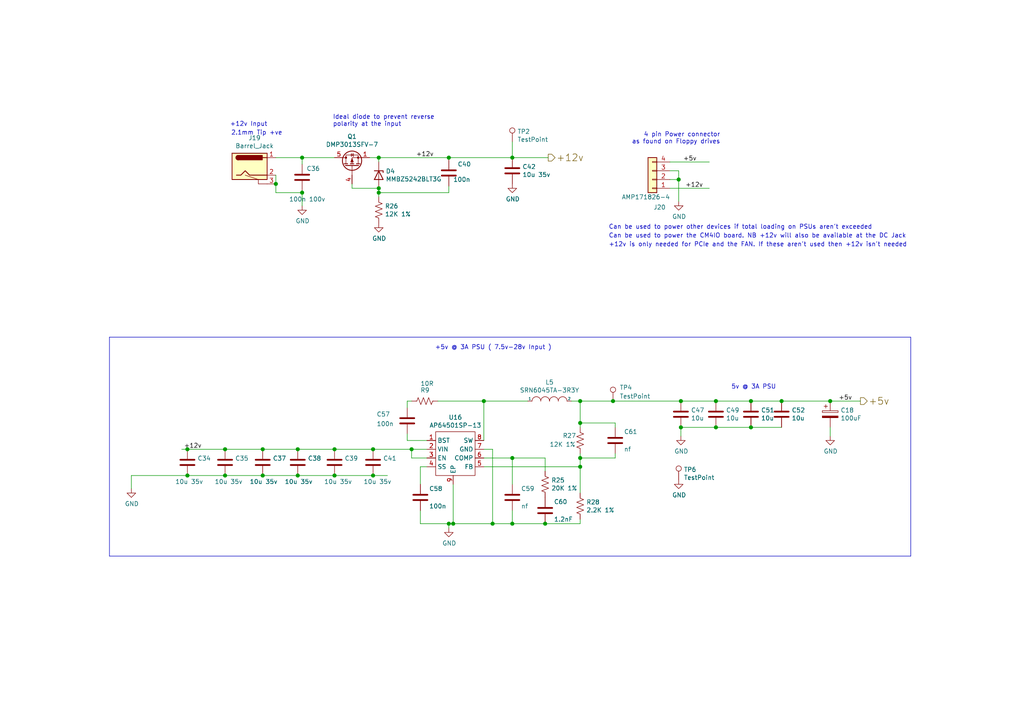
<source format=kicad_sch>
(kicad_sch (version 20231120) (generator "eeschema") (generator_version "8.0")
  (paper "A4")
  (title_block (title "Compute Module 4 IO Board - PSUs") (company "© 2020-2022 Raspberry Pi Ltd (formerly Raspberry Pi (Trading) Ltd.)") (comment 1 "www.raspberrypi.com"))
  (lib_symbols
    (symbol "CM4IO:AP64351"
      (property "Reference" "U" (at 0 8.89 0))
      (property "Value" "AP64351" (at 1.27 6.35 0))
      (symbol "AP64351_0_1"
        (rectangle (start -5.08 5.08) (end 6.35 -7.62))
      )
      (symbol "AP64351_1_1"
        (pin passive line (at -7.62 2.54 0) (length 2.54) (name "BST") (number "1"))
        (pin power_in line (at -7.62 0 0) (length 2.54) (name "VIN") (number "2"))
        (pin input line (at -7.62 -2.54 0) (length 2.54) (name "EN") (number "3"))
        (pin input line (at -7.62 -5.08 0) (length 2.54) (name "SS") (number "4"))
        (pin input line (at 8.89 -5.08 180) (length 2.54) (name "FB") (number "5"))
        (pin input line (at 8.89 -2.54 180) (length 2.54) (name "COMP") (number "6"))
        (pin power_in line (at 8.89 0 180) (length 2.54) (name "GND") (number "7"))
        (pin output line (at 8.89 2.54 180) (length 2.54) (name "SW") (number "8"))
        (pin passive line (at 0 -10.16 90) (length 2.54) (name "EP") (number "9"))
      )
    )
    (symbol "CM4IO:Barrel_Jack"
      (property "Reference" "J" (at 0 5.334 0))
      (property "Value" "Barrel_Jack" (at 0 -5.08 0))
      (symbol "Barrel_Jack_0_1"
        (rectangle (start -5.08 3.81) (end 5.08 -3.81) (stroke (width 0.254)) (fill (type background)))
        (arc (start -3.302 3.175) (mid -3.9342 2.54) (end -3.302 1.905) (stroke (width 0.254)))
        (arc (start -3.302 3.175) (mid -3.9342 2.54) (end -3.302 1.905) (stroke (width 0.254)) (fill (type outline)))
        (polyline (pts (xy 5.08 2.54) (xy 3.81 2.54)) (stroke (width 0.254)))
        (polyline (pts (xy 5.08 -5.08) (xy 2.54 -5.08) (xy 2.54 -3.81) (xy -1.27 -2.54)))
        (polyline (pts (xy -3.81 -2.54) (xy -2.54 -2.54) (xy -1.27 -1.27) (xy 0 -2.54) (xy 2.54 -2.54) (xy 5.08 -2.54)) (stroke (width 0.254)))
        (rectangle (start 3.683 3.175) (end -3.302 1.905) (stroke (width 0.254)) (fill (type outline)))
      )
      (symbol "Barrel_Jack_1_1"
        (pin passive line (at 7.62 2.54 180) (length 2.54) (name "~") (number "1"))
        (pin passive line (at 7.62 -2.54 180) (length 2.54) (name "~") (number "2"))
        (pin passive line (at 7.62 -5.08 180) (length 2.54) (name "~") (number "3"))
      )
    )
    (symbol "Connector:TestPoint" (pin_numbers hide) (pin_names (offset 0.762) hide)
      (property "Reference" "TP" (at 0 6.858 0))
      (property "Value" "TestPoint" (at 0 5.08 0))
      (symbol "TestPoint_0_1"
        (circle (center 0 3.302) (radius 0.762))
      )
      (symbol "TestPoint_1_1"
        (pin passive line (at 0 0 90) (length 2.54) (name "1") (number "1"))
      )
    )
    (symbol "Connector_Generic:Conn_01x04" (pin_names hide)
      (property "Reference" "J" (at 0 5.08 0))
      (property "Value" "Conn_01x04" (at 0 -7.62 0))
      (symbol "Conn_01x04_1_1"
        (rectangle (start -1.27 -4.953) (end 0 -5.207))
        (rectangle (start -1.27 -2.413) (end 0 -2.667))
        (rectangle (start -1.27 0.127) (end 0 -0.127))
        (rectangle (start -1.27 2.667) (end 0 2.413))
        (rectangle (start -1.27 3.81) (end 1.27 -6.35) (stroke (width 0.254)) (fill (type background)))
        (pin passive line (at -5.08 2.54 0) (length 3.81) (name "Pin_1") (number "1"))
        (pin passive line (at -5.08 0 0) (length 3.81) (name "Pin_2") (number "2"))
        (pin passive line (at -5.08 -2.54 0) (length 3.81) (name "Pin_3") (number "3"))
        (pin passive line (at -5.08 -5.08 0) (length 3.81) (name "Pin_4") (number "4"))
      )
    )
    (symbol "Device:C" (pin_numbers hide) (pin_names (offset 0.254))
      (property "Reference" "C" (at 0.635 2.54 0))
      (property "Value" "C" (at 0.635 -2.54 0))
      (symbol "C_0_1"
        (polyline (pts (xy -2.032 -0.762) (xy 2.032 -0.762)) (stroke (width 0.508)))
        (polyline (pts (xy -2.032 0.762) (xy 2.032 0.762)) (stroke (width 0.508)))
      )
      (symbol "C_1_1"
        (pin passive line (at 0 3.81 270) (length 2.794) (name "~") (number "1"))
        (pin passive line (at 0 -3.81 90) (length 2.794) (name "~") (number "2"))
      )
    )
    (symbol "Device:CP" (pin_numbers hide) (pin_names (offset 0.254))
      (property "Reference" "C" (at 0.635 2.54 0))
      (property "Value" "CP" (at 0.635 -2.54 0))
      (symbol "CP_0_1"
        (rectangle (start -2.286 0.508) (end 2.286 1.016))
        (polyline (pts (xy -1.778 2.286) (xy -0.762 2.286)))
        (polyline (pts (xy -1.27 2.794) (xy -1.27 1.778)))
        (rectangle (start 2.286 -0.508) (end -2.286 -1.016) (fill (type outline)))
      )
      (symbol "CP_1_1"
        (pin passive line (at 0 3.81 270) (length 2.794) (name "~") (number "1"))
        (pin passive line (at 0 -3.81 90) (length 2.794) (name "~") (number "2"))
      )
    )
    (symbol "Device:R_US" (pin_numbers hide) (pin_names (offset 0))
      (property "Reference" "R" (at 2.54 0 90))
      (property "Value" "R_US" (at -2.54 0 90))
      (symbol "R_US_0_1"
        (polyline (pts (xy 0 -2.286) (xy 0 -2.54)))
        (polyline (pts (xy 0 2.286) (xy 0 2.54)))
        (polyline (pts (xy 0 -0.762) (xy 1.016 -1.143) (xy 0 -1.524) (xy -1.016 -1.905) (xy 0 -2.286)))
        (polyline (pts (xy 0 0.762) (xy 1.016 0.381) (xy 0 0) (xy -1.016 -0.381) (xy 0 -0.762)))
        (polyline (pts (xy 0 2.286) (xy 1.016 1.905) (xy 0 1.524) (xy -1.016 1.143) (xy 0 0.762)))
      )
      (symbol "R_US_1_1"
        (pin passive line (at 0 3.81 270) (length 1.27) (name "~") (number "1"))
        (pin passive line (at 0 -3.81 90) (length 1.27) (name "~") (number "2"))
      )
    )
    (symbol "Diode:BZX84Cxx" (pin_numbers hide) (pin_names hide)
      (property "Reference" "D" (at 0 2.54 0))
      (property "Value" "BZX84Cxx" (at 0 -2.54 0))
      (symbol "BZX84Cxx_0_1"
        (polyline (pts (xy 1.27 0) (xy -1.27 0)))
        (polyline (pts (xy -1.27 -1.27) (xy -1.27 1.27) (xy -0.762 1.27)) (stroke (width 0.254)))
        (polyline (pts (xy 1.27 -1.27) (xy 1.27 1.27) (xy -1.27 0) (xy 1.27 -1.27)) (stroke (width 0.254)))
      )
      (symbol "BZX84Cxx_1_1"
        (pin passive line (at -3.81 0 0) (length 2.54) (name "K") (number "1"))
        (pin passive line (at 3.81 0 180) (length 2.54) (name "A") (number "2"))
      )
    )
    (symbol "Transistor_FET:DMP3013SFV" (pin_names hide)
      (property "Reference" "Q" (at 5.08 1.905 0))
      (property "Value" "DMP3013SFV" (at 5.08 0 0))
      (symbol "DMP3013SFV_0_1"
        (polyline (pts (xy 0.254 0) (xy -2.54 0)))
        (polyline (pts (xy 0.254 1.905) (xy 0.254 -1.905)) (stroke (width 0.254)))
        (polyline (pts (xy 0.762 -1.27) (xy 0.762 -2.286)) (stroke (width 0.254)))
        (polyline (pts (xy 0.762 0.508) (xy 0.762 -0.508)) (stroke (width 0.254)))
        (polyline (pts (xy 0.762 2.286) (xy 0.762 1.27)) (stroke (width 0.254)))
        (polyline (pts (xy 2.54 2.54) (xy 2.54 1.778)))
        (polyline (pts (xy 2.54 -2.54) (xy 2.54 0) (xy 0.762 0)))
        (polyline (pts (xy 0.762 1.778) (xy 3.302 1.778) (xy 3.302 -1.778) (xy 0.762 -1.778)))
        (polyline (pts (xy 2.286 0) (xy 1.27 0.381) (xy 1.27 -0.381) (xy 2.286 0)) (fill (type outline)))
        (polyline (pts (xy 2.794 -0.508) (xy 2.921 -0.381) (xy 3.683 -0.381) (xy 3.81 -0.254)))
        (polyline (pts (xy 3.302 -0.381) (xy 2.921 0.254) (xy 3.683 0.254) (xy 3.302 -0.381)))
        (circle (center 1.651 0) (radius 2.794) (stroke (width 0.254)))
        (circle (center 2.54 -1.778) (radius 0.254) (fill (type outline)))
        (circle (center 2.54 1.778) (radius 0.254) (fill (type outline)))
      )
      (symbol "DMP3013SFV_1_1"
        (pin passive line (at 2.54 -5.08 90) (length 2.54) (name "S") (number "1"))
        (pin passive line (at 2.54 -5.08 90) (length 2.54) hide (name "S") (number "2"))
        (pin passive line (at 2.54 -5.08 90) (length 2.54) hide (name "S") (number "3"))
        (pin passive line (at -5.08 0 0) (length 2.54) (name "G") (number "4"))
        (pin passive line (at 2.54 5.08 270) (length 2.54) (name "D") (number "5"))
      )
    )
    (symbol "power:GND" (power) (pin_names (offset 0))
      (property "Value" "GND" (at 0 -3.81 0))
      (symbol "GND_0_1"
        (polyline (pts (xy 0 0) (xy 0 -1.27) (xy 1.27 -1.27) (xy 0 -2.54) (xy -1.27 -1.27) (xy 0 -1.27)))
      )
      (symbol "GND_1_1"
        (pin power_in line (at 0 0 270) (length 0) hide (name "GND") (number "1"))
      )
    )
    (symbol "pspice:INDUCTOR" (pin_numbers hide) (pin_names (offset 0))
      (property "Reference" "L" (at 0 2.54 0))
      (property "Value" "INDUCTOR" (at 0 -1.27 0))
      (symbol "INDUCTOR_0_1"
        (arc (start -2.54 0) (mid -3.81 1.2645) (end -5.08 0))
        (arc (start 0 0) (mid -1.27 1.2645) (end -2.54 0))
        (arc (start 2.54 0) (mid 1.27 1.2645) (end 0 0))
        (arc (start 5.08 0) (mid 3.81 1.2645) (end 2.54 0))
      )
      (symbol "INDUCTOR_1_1"
        (pin input line (at -6.35 0 0) (length 1.27) (name "1") (number "1"))
        (pin input line (at 6.35 0 180) (length 1.27) (name "2") (number "2"))
      )
    )
  )
  (junction (at 76.2 130.302) (diameter 1.016))
  (junction (at 108.204 130.302) (diameter 1.016))
  (junction (at 140.335 116.332) (diameter 1.016))
  (junction (at 226.695 116.332) (diameter 1.016))
  (junction (at 142.875 151.892) (diameter 1.016))
  (junction (at 131.445 151.892) (diameter 1.016))
  (junction (at 130.175 45.72) (diameter 1.016))
  (junction (at 207.645 123.952) (diameter 1.016))
  (junction (at 76.2 137.922) (diameter 1.016))
  (junction (at 109.855 54.61) (diameter 1.016))
  (junction (at 148.59 45.72) (diameter 1.016))
  (junction (at 240.792 116.332) (diameter 1.016))
  (junction (at 80.01 53.34) (diameter 1.016))
  (junction (at 207.645 116.332) (diameter 1.016))
  (junction (at 109.855 45.72) (diameter 1.016))
  (junction (at 168.275 135.382) (diameter 1.016))
  (junction (at 97.028 130.302) (diameter 1.016))
  (junction (at 97.028 137.922) (diameter 1.016))
  (junction (at 108.204 137.922) (diameter 1.016))
  (junction (at 54.356 130.302) (diameter 1.016))
  (junction (at 168.275 116.332) (diameter 1.016))
  (junction (at 168.275 122.682) (diameter 1.016))
  (junction (at 158.115 151.892) (diameter 1.016))
  (junction (at 148.59 151.892) (diameter 1.016))
  (junction (at 197.485 116.332) (diameter 1.016))
  (junction (at 130.175 151.892) (diameter 1.016))
  (junction (at 177.8 116.332) (diameter 1.016))
  (junction (at 196.85 52.07) (diameter 1.016))
  (junction (at 148.59 132.842) (diameter 1.016))
  (junction (at 217.805 116.332) (diameter 1.016))
  (junction (at 119.38 130.302) (diameter 1.016))
  (junction (at 87.63 45.72) (diameter 1.016))
  (junction (at 65.278 130.302) (diameter 1.016))
  (junction (at 86.36 137.922) (diameter 1.016))
  (junction (at 54.356 137.922) (diameter 1.016))
  (junction (at 65.278 137.922) (diameter 1.016))
  (junction (at 109.855 55.88) (diameter 1.016))
  (junction (at 86.36 130.302) (diameter 1.016))
  (junction (at 197.485 123.952) (diameter 1.016))
  (junction (at 217.805 123.952) (diameter 1.016))
  (junction (at 168.275 132.842) (diameter 1.016))
  (junction (at 87.63 55.88) (diameter 1.016))
  (polyline (pts (xy 264.16 161.29) (xy 31.75 161.29)) (stroke (width 0) (type solid)))
  (wire (pts (xy 108.204 130.302) (xy 119.38 130.302)))
  (wire (pts (xy 148.59 151.892) (xy 158.115 151.892)))
  (polyline (pts (xy 31.75 97.79) (xy 264.16 97.79)) (stroke (width 0) (type solid)))
  (wire (pts (xy 194.31 49.53) (xy 196.85 49.53)))
  (wire (pts (xy 142.875 151.892) (xy 148.59 151.892)))
  (wire (pts (xy 131.445 140.462) (xy 131.445 151.892)))
  (wire (pts (xy 118.11 116.332) (xy 119.38 116.332)))
  (polyline (pts (xy 264.16 97.79) (xy 264.16 161.29)) (stroke (width 0) (type solid)))
  (wire (pts (xy 118.11 127.762) (xy 123.825 127.762)))
  (wire (pts (xy 109.855 45.72) (xy 130.175 45.72)))
  (wire (pts (xy 226.695 123.952) (xy 217.805 123.952)))
  (wire (pts (xy 158.115 151.892) (xy 168.275 151.892)))
  (wire (pts (xy 76.2 137.922) (xy 86.36 137.922)))
  (wire (pts (xy 97.028 137.922) (xy 108.204 137.922)))
  (wire (pts (xy 197.485 116.332) (xy 207.645 116.332)))
  (wire (pts (xy 148.59 148.082) (xy 148.59 151.892)))
  (wire (pts (xy 197.485 123.952) (xy 197.485 126.492)))
  (wire (pts (xy 140.335 135.382) (xy 168.275 135.382)))
  (wire (pts (xy 80.01 55.88) (xy 87.63 55.88)))
  (wire (pts (xy 65.278 137.922) (xy 76.2 137.922)))
  (wire (pts (xy 118.11 125.857) (xy 118.11 127.762)))
  (wire (pts (xy 119.38 130.302) (xy 123.825 130.302)))
  (wire (pts (xy 196.85 52.07) (xy 196.85 58.42)))
  (wire (pts (xy 165.735 116.332) (xy 168.275 116.332)))
  (wire (pts (xy 148.59 45.72) (xy 159.004 45.72)))
  (wire (pts (xy 86.36 130.302) (xy 97.028 130.302)))
  (wire (pts (xy 130.175 45.72) (xy 148.59 45.72)))
  (wire (pts (xy 168.275 122.682) (xy 178.435 122.682)))
  (wire (pts (xy 142.875 130.302) (xy 142.875 151.892)))
  (wire (pts (xy 217.805 116.332) (xy 226.695 116.332)))
  (wire (pts (xy 194.31 54.61) (xy 205.74 54.61)))
  (wire (pts (xy 240.792 116.332) (xy 249.555 116.332)))
  (wire (pts (xy 118.11 118.237) (xy 118.11 116.332)))
  (wire (pts (xy 148.59 41.148) (xy 148.59 45.72)))
  (wire (pts (xy 65.278 130.302) (xy 76.2 130.302)))
  (wire (pts (xy 140.335 130.302) (xy 142.875 130.302)))
  (wire (pts (xy 158.115 136.652) (xy 158.115 132.842)))
  (wire (pts (xy 119.38 132.842) (xy 123.825 132.842)))
  (wire (pts (xy 168.275 132.842) (xy 178.435 132.842)))
  (wire (pts (xy 196.85 49.53) (xy 196.85 52.07)))
  (wire (pts (xy 109.855 55.88) (xy 130.175 55.88)))
  (wire (pts (xy 121.92 151.892) (xy 130.175 151.892)))
  (wire (pts (xy 168.275 151.892) (xy 168.275 150.622)))
  (wire (pts (xy 109.855 54.61) (xy 109.855 55.88)))
  (wire (pts (xy 168.275 135.382) (xy 168.275 143.002)))
  (wire (pts (xy 168.275 116.332) (xy 177.8 116.332)))
  (wire (pts (xy 102.108 53.34) (xy 102.108 54.61)))
  (wire (pts (xy 131.445 151.892) (xy 142.875 151.892)))
  (wire (pts (xy 177.8 116.332) (xy 197.485 116.332)))
  (wire (pts (xy 87.63 45.72) (xy 97.028 45.72)))
  (wire (pts (xy 97.028 130.302) (xy 108.204 130.302)))
  (wire (pts (xy 107.188 45.72) (xy 109.855 45.72)))
  (wire (pts (xy 119.38 130.302) (xy 119.38 132.842)))
  (wire (pts (xy 168.275 131.572) (xy 168.275 132.842)))
  (wire (pts (xy 130.175 55.88) (xy 130.175 53.975)))
  (wire (pts (xy 140.335 116.332) (xy 153.035 116.332)))
  (wire (pts (xy 217.805 123.952) (xy 207.645 123.952)))
  (wire (pts (xy 207.645 123.952) (xy 197.485 123.952)))
  (wire (pts (xy 80.01 53.34) (xy 80.01 50.8)))
  (wire (pts (xy 86.36 137.922) (xy 97.028 137.922)))
  (wire (pts (xy 52.705 130.302) (xy 54.356 130.302)))
  (wire (pts (xy 76.2 130.302) (xy 86.36 130.302)))
  (wire (pts (xy 127 116.332) (xy 140.335 116.332)))
  (wire (pts (xy 54.356 130.302) (xy 65.278 130.302)))
  (wire (pts (xy 140.335 132.842) (xy 148.59 132.842)))
  (wire (pts (xy 130.175 45.72) (xy 130.175 46.355)))
  (wire (pts (xy 87.63 55.88) (xy 87.63 59.69)))
  (wire (pts (xy 109.855 45.72) (xy 109.855 46.99)))
  (wire (pts (xy 80.01 45.72) (xy 87.63 45.72)))
  (wire (pts (xy 38.1 137.922) (xy 54.356 137.922)))
  (wire (pts (xy 87.63 55.245) (xy 87.63 55.88)))
  (wire (pts (xy 109.855 55.88) (xy 109.855 57.15)))
  (wire (pts (xy 168.275 122.682) (xy 168.275 123.952)))
  (wire (pts (xy 121.92 148.082) (xy 121.92 151.892)))
  (wire (pts (xy 178.435 132.842) (xy 178.435 131.572)))
  (wire (pts (xy 130.175 153.162) (xy 130.175 151.892)))
  (wire (pts (xy 38.1 137.922) (xy 38.1 141.732)))
  (wire (pts (xy 123.825 135.382) (xy 121.92 135.382)))
  (polyline (pts (xy 31.75 97.79) (xy 31.75 161.29)) (stroke (width 0) (type solid)))
  (wire (pts (xy 102.108 54.61) (xy 109.855 54.61)))
  (wire (pts (xy 54.356 137.922) (xy 65.278 137.922)))
  (wire (pts (xy 80.01 55.88) (xy 80.01 53.34)))
  (wire (pts (xy 87.63 45.72) (xy 87.63 47.625)))
  (wire (pts (xy 168.275 132.842) (xy 168.275 135.382)))
  (wire (pts (xy 226.695 116.332) (xy 240.792 116.332)))
  (wire (pts (xy 194.31 46.99) (xy 205.74 46.99)))
  (wire (pts (xy 108.204 137.922) (xy 112.395 137.922)))
  (wire (pts (xy 121.92 135.382) (xy 121.92 140.462)))
  (wire (pts (xy 148.59 132.842) (xy 148.59 140.462)))
  (wire (pts (xy 240.792 123.952) (xy 240.792 126.492)))
  (wire (pts (xy 140.335 116.332) (xy 140.335 127.762)))
  (wire (pts (xy 168.275 116.332) (xy 168.275 122.682)))
  (wire (pts (xy 130.175 151.892) (xy 131.445 151.892)))
  (wire (pts (xy 194.31 52.07) (xy 196.85 52.07)))
  (wire (pts (xy 178.435 122.682) (xy 178.435 123.952)))
  (wire (pts (xy 207.645 116.332) (xy 217.805 116.332)))
  (wire (pts (xy 148.59 132.842) (xy 158.115 132.842)))
  (text "+12v Input" (at 66.675 36.83 0) (effects (font (size 1.27 1.27)) (justify left bottom)))
  (text "Can be used to power other devices if total loading on PSUs aren't exceeded" (at 176.53 66.675 0) (effects (font (size 1.27 1.27)) (justify left bottom)))
  (text "5v @ 3A PSU\n" (at 212.09 113.03 0) (effects (font (size 1.27 1.27)) (justify left bottom)))
  (text "+12v is only needed for PCIe and the FAN. If these aren't used then +12v isn't needed" (at 176.53 71.755 0) (effects (font (size 1.27 1.27)) (justify left bottom)))
  (text "Can be used to power the CM4IO board. NB +12v will also be available at the DC Jack" (at 176.53 69.215 0) (effects (font (size 1.27 1.27)) (justify left bottom)))
  (text "2.1mm Tip +ve" (at 81.915 39.37 0) (effects (font (size 1.27 1.27)) (justify right bottom)))
  (text "Ideal diode to prevent reverse\npolarity at the input" (at 96.52 36.83 0) (effects (font (size 1.27 1.27)) (justify left bottom)))
  (text "4 pin Power connector\nas found on Floppy drives" (at 208.915 41.91 0) (effects (font (size 1.27 1.27)) (justify right bottom)))
  (text "+5v @ 3A PSU ( 7.5v-28v Input )" (at 160.02 101.6 0) (effects (font (size 1.27 1.27)) (justify right bottom)))
  (label "+5v" (at 243.205 116.332 0))
  (label "+12v" (at 198.755 54.61 0))
  (label "+12v" (at 120.65 45.72 0))
  (label "+5v" (at 198.12 46.99 0))
  (label "+12v" (at 53.34 130.302 0))
  (hierarchical_label "+12v" (shape output) (at 159.004 45.72 0) (effects (font (size 2.0066 2.0066))))
  (hierarchical_label "+5v" (shape output) (at 249.555 116.332 0) (effects (font (size 2.0066 2.0066))))
  (symbol (lib_id "power:GND") (at 148.59 53.34 0) (unit 1)
    (property "Reference" "#PWR043" (effects (hide yes)))
    (property "Value" "GND" (at 148.717 57.7342 0))
  )
  (symbol (lib_id "power:GND") (at 87.63 59.69 0) (unit 1)
    (property "Reference" "#PWR041" (effects (hide yes)))
    (property "Value" "GND" (at 87.757 64.0842 0))
  )
  (symbol (lib_id "Device:C") (at 197.485 120.142 0) (unit 1)
    (property "Reference" "C47" (at 200.406 118.9736 0) (effects (justify left)))
    (property "Value" "10u" (at 200.406 121.285 0) (effects (justify left)))
    (property "Footprint" "Capacitor_SMD:C_0805_2012Metric" (effects (hide yes)))
    (property "Datasheet" "https://search.murata.co.jp/Ceramy/image/img/A01X/G101/ENG/GRM21BR71A106KA73-01.pdf" (effects (hide yes)))
    (property "Field5" "490-14381-1-ND" (effects (hide yes)))
    (property "Field4" "Digikey" (effects (hide yes)))
    (property "Field6" "GRM21BR71A106KA73L" (effects (hide yes)))
    (property "Field7" "Murata" (effects (hide yes)))
    (property "Part Description" "	10uF 10% 10V Ceramic Capacitor X7R 0805 (2012 Metric)" (effects (hide yes)))
    (property "Field8" "111893011" (effects (hide yes)))
  )
  (symbol (lib_id "Device:C") (at 207.645 120.142 0) (unit 1)
    (property "Reference" "C49" (at 210.566 118.9736 0) (effects (justify left)))
    (property "Value" "10u" (at 210.566 121.285 0) (effects (justify left)))
    (property "Footprint" "Capacitor_SMD:C_0805_2012Metric" (effects (hide yes)))
    (property "Datasheet" "https://search.murata.co.jp/Ceramy/image/img/A01X/G101/ENG/GRM21BR71A106KA73-01.pdf" (effects (hide yes)))
    (property "Field5" "490-14381-1-ND" (effects (hide yes)))
    (property "Field4" "Digikey" (effects (hide yes)))
    (property "Field6" "GRM21BR71A106KA73L" (effects (hide yes)))
    (property "Field7" "Murata" (effects (hide yes)))
    (property "Part Description" "	10uF 10% 10V Ceramic Capacitor X7R 0805 (2012 Metric)" (effects (hide yes)))
    (property "Field8" "111893011" (effects (hide yes)))
  )
  (symbol (lib_id "Device:C") (at 217.805 120.142 0) (unit 1)
    (property "Reference" "C51" (at 220.726 118.9736 0) (effects (justify left)))
    (property "Value" "10u" (at 220.726 121.285 0) (effects (justify left)))
    (property "Footprint" "Capacitor_SMD:C_0805_2012Metric" (effects (hide yes)))
    (property "Datasheet" "https://search.murata.co.jp/Ceramy/image/img/A01X/G101/ENG/GRM21BR71A106KA73-01.pdf" (effects (hide yes)))
    (property "Field5" "490-14381-1-ND" (effects (hide yes)))
    (property "Field4" "Digikey" (effects (hide yes)))
    (property "Field6" "GRM21BR71A106KA73L" (effects (hide yes)))
    (property "Field7" "Murata" (effects (hide yes)))
    (property "Part Description" "	10uF 10% 10V Ceramic Capacitor X7R 0805 (2012 Metric)" (effects (hide yes)))
    (property "Field8" "111893011" (effects (hide yes)))
  )
  (symbol (lib_id "Device:C") (at 226.695 120.142 0) (unit 1)
    (property "Reference" "C52" (at 229.616 118.9736 0) (effects (justify left)))
    (property "Value" "10u" (at 229.616 121.285 0) (effects (justify left)))
    (property "Footprint" "Capacitor_SMD:C_0805_2012Metric" (effects (hide yes)))
    (property "Datasheet" "https://search.murata.co.jp/Ceramy/image/img/A01X/G101/ENG/GRM21BR71A106KA73-01.pdf" (effects (hide yes)))
    (property "Field5" "490-14381-1-ND" (effects (hide yes)))
    (property "Field4" "Digikey" (effects (hide yes)))
    (property "Field6" "GRM21BR71A106KA73L" (effects (hide yes)))
    (property "Field7" "Murata" (effects (hide yes)))
    (property "Part Description" "	10uF 10% 10V Ceramic Capacitor X7R 0805 (2012 Metric)" (effects (hide yes)))
    (property "Field8" "111893011" (effects (hide yes)))
  )
  (symbol (lib_id "Device:C") (at 87.63 51.435 0) (unit 1)
    (property "Reference" "C36" (at 88.9 48.895 0) (effects (justify left)))
    (property "Value" "100n 100v" (at 83.82 57.785 0) (effects (justify left)))
    (property "Footprint" "Capacitor_SMD:C_0402_1005Metric" (effects (hide yes)))
    (property "Datasheet" "https://psearch.en.murata.com/capacitor/product/GRM155R62A104KE14%23.pdf" (effects (hide yes)))
    (property "Field4" "Farnell" (effects (hide yes)))
    (property "Field5" "2611907" (effects (hide yes)))
    (property "Field6" "GRM155R62A104KE14D" (effects (hide yes)))
    (property "Field7" "Murata" (effects (hide yes)))
    (property "Part Description" "	0.1uF 10% 100V Ceramic Capacitor X5R 0402 (1005 Metric)" (effects (hide yes)))
  )
  (symbol (lib_id "power:GND") (at 109.855 64.77 0) (unit 1)
    (property "Reference" "#PWR042" (effects (hide yes)))
    (property "Value" "GND" (at 109.982 69.1642 0))
  )
  (symbol (lib_id "Connector_Generic:Conn_01x04") (at 189.23 52.07 180) (unit 1)
    (property "Reference" "J20" (at 191.3128 60.1218 0))
    (property "Value" "AMP171826-4" (at 187.325 57.15 0))
    (property "Footprint" "171826-4:TE_171826-4" (effects (hide yes)))
    (property "Datasheet" "https://www.te.com/usa-en/product-171826-4.html" (effects (hide yes)))
    (property "Field4" "Farnell" (effects (hide yes)))
    (property "Field5" "	1056115" (effects (hide yes)))
    (property "Field6" "AMP171826-4" (effects (hide yes)))
    (property "Field7" "AMP-TE" (effects (hide yes)))
    (property "Part Description" "Wire-To-Board Connector, Right Angle, 2.54 mm, 4 Contacts, Header, AMP EI Series, Through Hole" (effects (hide yes)))
  )
  (symbol (lib_id "power:GND") (at 196.85 58.42 0) (unit 1)
    (property "Reference" "#PWR045" (effects (hide yes)))
    (property "Value" "GND" (at 196.977 62.8142 0))
  )
  (symbol (lib_id "CM4IO:Barrel_Jack") (at 72.39 48.26 0) (unit 1)
    (property "Reference" "J19" (at 73.8378 40.005 0))
    (property "Value" "Barrel_Jack" (at 73.8378 42.3164 0))
    (property "Footprint" "CM4IO:BarrelJack_Horizontal" (effects (hide yes)))
    (property "Datasheet" "https://www.toby.co.uk/uploads/publications/842.pdf" (effects (hide yes)))
    (property "Field4" "Toby" (effects (hide yes)))
    (property "Field5" "DC-001-A-2.1mm-R" (effects (hide yes)))
    (property "Part Description" "DC Power Connectors PCB 2.1MM" (effects (hide yes)))
    (property "Field6" "DC-001-A-2.1mm-R" (effects (hide yes)))
    (property "Field7" "Valcon" (effects (hide yes)))
  )
  (symbol (lib_id "Diode:BZX84Cxx") (at 109.855 50.8 270) (unit 1)
    (property "Reference" "D4" (at 111.887 49.657 90) (effects (justify left)))
    (property "Value" "MMBZ5242BLT3G" (at 111.887 51.943 90) (effects (justify left)))
    (property "Footprint" "Diode_SMD:D_SOT-23_ANK" (effects (hide yes)))
    (property "Datasheet" "https://diotec.com/tl_files/diotec/files/pdf/datasheets/bzx84c2v4.pdf" (effects (hide yes)))
    (property "Field4" "Digikey" (effects (hide yes)))
    (property "Field5" "	MMBZ5242BLT3GOSCT-ND" (effects (hide yes)))
    (property "Field6" "MMBZ5242BLT3G" (effects (hide yes)))
    (property "Field7" "Onsemi" (effects (hide yes)))
    (property "Part Description" "	Zener Diode 12V 225mW 5% Surface Mount SOT-23-3 (TO-236)" (effects (hide yes)))
  )
  (symbol (lib_id "Device:R_US") (at 109.855 60.96 0) (unit 1)
    (property "Reference" "R26" (at 111.633 59.7916 0) (effects (justify left)))
    (property "Value" "12K 1%" (at 111.633 62.103 0) (effects (justify left)))
    (property "Footprint" "Resistor_SMD:R_0402_1005Metric" (effects (hide yes)))
    (property "Description" "Resistor, US symbol" (effects (hide yes)))
    (property "Field4" "Farnell" (effects (hide yes)))
    (property "Field5" "9239367" (effects (hide yes)))
    (property "Field7" "Rohm" (effects (hide yes)))
    (property "Field6" "MCR01MZPF1202" (effects (hide yes)))
    (property "Part Description" "Resistor 12K M1005 1% 63mW" (effects (hide yes)))
  )
  (symbol (lib_id "Device:C") (at 130.175 50.165 0) (unit 1)
    (property "Reference" "C40" (at 132.715 47.625 0) (effects (justify left)))
    (property "Value" "100n" (at 131.445 52.07 0) (effects (justify left)))
    (property "Footprint" "Capacitor_SMD:C_0402_1005Metric" (effects (hide yes)))
    (property "Datasheet" "https://search.murata.co.jp/Ceramy/image/img/A01X/G101/ENG/GRM155R71C104KA88-01.pdf" (effects (hide yes)))
    (property "Field4" "Farnell" (effects (hide yes)))
    (property "Field5" "2611911" (effects (hide yes)))
    (property "Field6" "RM EMK105 B7104KV-F" (effects (hide yes)))
    (property "Field7" "TAIYO YUDEN EUROPE GMBH" (effects (hide yes)))
    (property "Part Description" "	0.1uF 10% 16V Ceramic Capacitor X7R 0402 (1005 Metric)" (effects (hide yes)))
    (property "Field8" "110091611" (effects (hide yes)))
  )
  (symbol (lib_id "power:GND") (at 197.485 126.492 0) (unit 1)
    (property "Reference" "#PWR0118" (effects (hide yes)))
    (property "Value" "GND" (at 197.612 130.8862 0))
  )
  (symbol (lib_id "Device:C") (at 118.11 122.047 0) (unit 1)
    (property "Reference" "C57" (at 109.22 120.142 0) (effects (justify left)))
    (property "Value" "100n" (at 109.22 122.936 0) (effects (justify left)))
    (property "Footprint" "Capacitor_SMD:C_0402_1005Metric" (effects (hide yes)))
    (property "Datasheet" "https://search.murata.co.jp/Ceramy/image/img/A01X/G101/ENG/GRM155R71C104KA88-01.pdf" (effects (hide yes)))
    (property "Field4" "Farnell" (effects (hide yes)))
    (property "Field5" "2611911" (effects (hide yes)))
    (property "Field6" "RM EMK105 B7104KV-F" (effects (hide yes)))
    (property "Field7" "TAIYO YUDEN EUROPE GMBH" (effects (hide yes)))
    (property "Part Description" "	0.1uF 10% 16V Ceramic Capacitor X7R 0402 (1005 Metric)" (effects (hide yes)))
    (property "Field8" "110091611" (effects (hide yes)))
  )
  (symbol (lib_id "Device:R_US") (at 123.19 116.332 270) (unit 1)
    (property "Reference" "R9" (at 121.92 113.157 90) (effects (justify left)))
    (property "Value" "10R" (at 121.92 111.252 90) (effects (justify left)))
    (property "Footprint" "Resistor_SMD:R_0402_1005Metric" (effects (hide yes)))
    (property "Description" "Resistor, US symbol" (effects (hide yes)))
    (property "Field4" "Farnell" (effects (hide yes)))
    (property "Field5" "9238999" (effects (hide yes)))
    (property "Field7" "Yageo" (effects (hide yes)))
    (property "Field6" "RC0402FR-0710RL" (effects (hide yes)))
    (property "Field8" "URES00256" (effects (hide yes)))
    (property "Part Description" "Resistor 10R M1005 1% 63mW" (effects (hide yes)))
  )
  (symbol (lib_id "Device:C") (at 178.435 127.762 0) (unit 1)
    (property "Reference" "C61" (at 180.975 125.222 0) (effects (justify left)))
    (property "Value" "nf" (at 180.975 130.302 0) (effects (justify left)))
    (property "Footprint" "Capacitor_SMD:C_0402_1005Metric" (effects (hide yes)))
    (property "Datasheet" "http://www.farnell.com/datasheets/2048267.pdf?_ga=2.222777691.1738794919.1588350964-1787849031.1568210898&_gac=1.250356018.1588350964.EAIaIQobChMIgrHHs4yT6QIVxevtCh39TA_nEAAYASAAEgK8PfD_BwE" (effects (hide yes)))
    (property "Field4" "Farnell" (effects (hide yes)))
    (property "Field5" "2666374" (effects (hide yes)))
    (property "Field6" "GRM1555C1H221JA01D" (effects (hide yes)))
    (property "Field7" "Murata" (effects (hide yes)))
    (property "Part Description" "220 pF, 50 V, 0402 [1005 Metric], ± 5%, C0G / NP0/CH, GCM Series" (effects (hide yes)))
  )
  (symbol (lib_id "Device:R_US") (at 168.275 127.762 0) (unit 1)
    (property "Reference" "R27" (at 163.195 126.365 0) (effects (justify left)))
    (property "Value" "12K 1%" (at 159.385 128.905 0) (effects (justify left)))
    (property "Footprint" "Resistor_SMD:R_0402_1005Metric" (effects (hide yes)))
    (property "Description" "Resistor, US symbol" (effects (hide yes)))
    (property "Field4" "Farnell" (effects (hide yes)))
    (property "Field5" "9239367" (effects (hide yes)))
    (property "Field7" "Rohm" (effects (hide yes)))
    (property "Field6" "MCR01MZPF1202" (effects (hide yes)))
    (property "Part Description" "Resistor 12K M1005 1% 63mW" (effects (hide yes)))
  )
  (symbol (lib_id "pspice:INDUCTOR") (at 159.385 116.332 0) (unit 1)
    (property "Reference" "L5" (at 159.385 110.871 0))
    (property "Value" "SRN6045TA-3R3Y" (at 159.385 113.1824 0))
    (property "Footprint" "Inductor_SMD:L_Bourns_SRN6045TA" (effects (hide yes)))
    (property "Datasheet" "https://www.bourns.com/docs/Product-Datasheets/SRN6045TA.pdf" (effects (hide yes)))
    (property "Field4" "Farnell" (effects (hide yes)))
    (property "Field5" "2616889" (effects (hide yes)))
    (property "Field6" "SRN6045TA-3R3Y" (effects (hide yes)))
    (property "Field7" "Bourns" (effects (hide yes)))
    (property "Part Description" "3.3µH Semi-Shielded Wirewound Inductor 7.8A 21mOhm Nonstandard" (effects (hide yes)))
  )
  (symbol (lib_id "Device:C") (at 158.115 148.082 0) (unit 1)
    (property "Reference" "C60" (at 160.655 145.542 0) (effects (justify left)))
    (property "Value" "1.2nF" (at 160.655 150.622 0) (effects (justify left)))
    (property "Footprint" "Capacitor_SMD:C_0402_1005Metric" (effects (hide yes)))
    (property "Datasheet" "http://www.farnell.com/datasheets/2734135.pdf?_ga=2.259347658.1738794919.1588350964-1787849031.1568210898&_gac=1.15394434.1588350964.EAIaIQobChMIgrHHs4yT6QIVxevtCh39TA_nEAAYASAAEgK8PfD_BwE" (effects (hide yes)))
    (property "Field4" "Digikey" (effects (hide yes)))
    (property "Field5" "490-16429-1-ND" (effects (hide yes)))
    (property "Field6" "GCM155R71H122KA37D" (effects (hide yes)))
    (property "Field7" "Murata" (effects (hide yes)))
    (property "Part Description" "1200pF 10% 10V Ceramic Capacitor X5R 0402 (1005 Metric)" (effects (hide yes)))
  )
  (symbol (lib_id "Device:C") (at 148.59 144.272 0) (unit 1)
    (property "Reference" "C59" (at 151.13 141.732 0) (effects (justify left)))
    (property "Value" "nf" (at 151.13 146.812 0) (effects (justify left)))
    (property "Footprint" "Capacitor_SMD:C_0402_1005Metric" (effects (hide yes)))
  )
  (symbol (lib_id "CM4IO:AP64351") (at 131.445 130.302 0) (unit 1)
    (property "Reference" "U16" (at 132.08 121.0564 0))
    (property "Value" "AP64501SP-13" (at 132.08 123.3678 0))
    (property "Footprint" "Package_SO:SOIC-8-1EP_3.9x4.9mm_P1.27mm_EP2.95x4.9mm_Mask2.71x3.4mm_ThermalVias" (effects (hide yes)))
    (property "Datasheet" "https://www.diodes.com/assets/Datasheets/AP64501.pdf" (effects (hide yes)))
    (property "Field4" "Digikey" (effects (hide yes)))
    (property "Field5" "31-AP64501SP-13CT-ND" (effects (hide yes)))
    (property "Field6" "AP64501SP-13" (effects (hide yes)))
    (property "Field7" "Diodes" (effects (hide yes)))
    (property "Part Description" "Buck Switching Regulator IC Positive Adjustable 0.8V 1 Output 5A 8-SOIC (0.154\", 3.90mm Width) Exposed Pad" (effects (hide yes)))
  )
  (symbol (lib_id "Device:C") (at 121.92 144.272 0) (unit 1)
    (property "Reference" "C58" (at 124.46 141.732 0) (effects (justify left)))
    (property "Value" "100n" (at 124.46 146.812 0) (effects (justify left)))
    (property "Footprint" "Capacitor_SMD:C_0402_1005Metric" (effects (hide yes)))
    (property "Datasheet" "https://search.murata.co.jp/Ceramy/image/img/A01X/G101/ENG/GRM155R71C104KA88-01.pdf" (effects (hide yes)))
    (property "Field4" "Farnell" (effects (hide yes)))
    (property "Field5" "2611911" (effects (hide yes)))
    (property "Field6" "RM EMK105 B7104KV-F" (effects (hide yes)))
    (property "Field7" "TAIYO YUDEN EUROPE GMBH" (effects (hide yes)))
    (property "Part Description" "	0.1uF 10% 16V Ceramic Capacitor X7R 0402 (1005 Metric)" (effects (hide yes)))
    (property "Field8" "110091611" (effects (hide yes)))
  )
  (symbol (lib_id "power:GND") (at 130.175 153.162 0) (unit 1)
    (property "Reference" "#PWR0119" (effects (hide yes)))
    (property "Value" "GND" (at 130.302 157.5562 0))
  )
  (symbol (lib_id "Device:R_US") (at 168.275 146.812 0) (unit 1)
    (property "Reference" "R28" (at 170.053 145.6436 0) (effects (justify left)))
    (property "Value" "2.2K 1%" (at 170.053 147.955 0) (effects (justify left)))
    (property "Footprint" "Resistor_SMD:R_0402_1005Metric" (effects (hide yes)))
    (property "Description" "Resistor, US symbol" (effects (hide yes)))
    (property "Field4" "Farnell" (effects (hide yes)))
    (property "Field5" "9239278" (effects (hide yes)))
    (property "Field6" "RK73G1ETQTP2201D         " (effects (hide yes)))
    (property "Field7" "KOA EUROPE GMBH" (effects (hide yes)))
    (property "Part Description" "Resistor 2.2K M1005 1% 63mW" (effects (hide yes)))
    (property "Field8" "120889581" (effects (hide yes)))
  )
  (symbol (lib_id "Device:R_US") (at 158.115 140.462 0) (unit 1)
    (property "Reference" "R25" (at 159.893 139.2936 0) (effects (justify left)))
    (property "Value" "20K 1%" (at 159.893 141.605 0) (effects (justify left)))
    (property "Footprint" "Resistor_SMD:R_0402_1005Metric" (effects (hide yes)))
    (property "Description" "Resistor, US symbol" (effects (hide yes)))
    (property "Field4" "Farnell" (effects (hide yes)))
    (property "Field5" "2331485" (effects (hide yes)))
    (property "Field7" "KOA EUROPE GMBH" (effects (hide yes)))
    (property "Field6" "RK73H1ETTP2002F" (effects (hide yes)))
    (property "Part Description" "Resistor 20K M1005 1% 63mW" (effects (hide yes)))
  )
  (symbol (lib_id "power:GND") (at 38.1 141.732 0) (unit 1)
    (property "Reference" "#PWR0120" (effects (hide yes)))
    (property "Value" "GND" (at 38.227 146.1262 0))
  )
  (symbol (lib_id "Connector:TestPoint") (at 148.59 41.148 0) (unit 1)
    (property "Reference" "TP2" (at 150.0632 38.1508 0) (effects (justify left)))
    (property "Value" "TestPoint" (at 150.0632 40.4622 0) (effects (justify left)))
    (property "Footprint" "TestPoint:TestPoint_Pad_2.0x2.0mm" (effects (hide yes)))
    (property "Field4" "nf" (effects (hide yes)))
    (property "Field5" "nf" (effects (hide yes)))
    (property "Field6" "nf" (effects (hide yes)))
    (property "Field7" "nf" (effects (hide yes)))
  )
  (symbol (lib_id "Connector:TestPoint") (at 196.85 139.192 0) (unit 1)
    (property "Reference" "TP6" (at 198.3232 136.1948 0) (effects (justify left)))
    (property "Value" "TestPoint" (at 198.3232 138.5062 0) (effects (justify left)))
    (property "Footprint" "TestPoint:TestPoint_Pad_2.0x2.0mm" (effects (hide yes)))
    (property "Field4" "nf" (effects (hide yes)))
    (property "Field5" "nf" (effects (hide yes)))
    (property "Field6" "nf" (effects (hide yes)))
    (property "Field7" "nf" (effects (hide yes)))
  )
  (symbol (lib_id "power:GND") (at 196.85 139.192 0) (unit 1)
    (property "Reference" "#PWR0122" (effects (hide yes)))
    (property "Value" "GND" (at 196.977 143.5862 0))
  )
  (symbol (lib_id "Transistor_FET:DMP3013SFV") (at 102.108 48.26 90) (unit 1)
    (property "Reference" "Q1" (at 102.108 39.5986 90))
    (property "Value" "DMP3013SFV-7" (at 102.108 41.91 90))
    (property "Footprint" "Package_SON:Diodes_PowerDI3333-8" (effects (hide yes)))
    (property "Datasheet" "https://www.diodes.com/assets/Datasheets/DMP3013SFV.pdf" (effects (hide yes)))
    (property "Field4" "Farnell" (effects (hide yes)))
    (property "Field5" "3405192" (effects (hide yes)))
    (property "Field6" "DMP3013SFV-7" (effects (hide yes)))
    (property "Field7" "Diodes" (effects (hide yes)))
    (property "Part Description" "DMP3013SFV-7 -  Power MOSFET, P Channel, 30 V, 12 A, 0.008 ohm, PowerDI3333, Surface Mount" (effects (hide yes)))
  )
  (symbol (lib_id "power:GND") (at 240.792 126.492 0) (unit 1)
    (property "Reference" "#PWR02" (effects (hide yes)))
    (property "Value" "GND" (at 240.919 130.8862 0))
  )
  (symbol (lib_id "Device:C") (at 108.204 134.112 0) (unit 1)
    (property "Reference" "C41" (at 111.125 132.9436 0) (effects (justify left)))
    (property "Value" "10u 35v" (at 105.41 139.7 0) (effects (justify left)))
    (property "Footprint" "Capacitor_SMD:C_0805_2012Metric" (effects (hide yes)))
    (property "Datasheet" "https://www.murata.com/en-global/products/productdetail.aspx?partno=GRM21BC8YA106ME11%23" (effects (hide yes)))
    (property "Field5" "490-10505-1-ND" (effects (hide yes)))
    (property "Field4" "Digikey" (effects (hide yes)))
    (property "Field6" "GRM21BC8YA106KE11L " (effects (hide yes)))
    (property "Field7" "Murata" (effects (hide yes)))
    (property "Part Description" "	10uF 10% or 20% 35V Ceramic Capacitor X6S 0805 (2012 Metric)" (effects (hide yes)))
  )
  (symbol (lib_id "Device:C") (at 97.028 134.112 0) (unit 1)
    (property "Reference" "C39" (at 99.949 132.9436 0) (effects (justify left)))
    (property "Value" "10u 35v" (at 93.98 139.7 0) (effects (justify left)))
    (property "Footprint" "Capacitor_SMD:C_0805_2012Metric" (effects (hide yes)))
    (property "Datasheet" "https://www.murata.com/en-global/products/productdetail.aspx?partno=GRM21BC8YA106ME11%23" (effects (hide yes)))
    (property "Field5" "490-10505-1-ND" (effects (hide yes)))
    (property "Field4" "Digikey" (effects (hide yes)))
    (property "Field6" "GRM21BC8YA106KE11L " (effects (hide yes)))
    (property "Field7" "Murata" (effects (hide yes)))
    (property "Part Description" "	10uF 10% or 20% 35V Ceramic Capacitor X6S 0805 (2012 Metric)" (effects (hide yes)))
  )
  (symbol (lib_id "Device:C") (at 86.36 134.112 0) (unit 1)
    (property "Reference" "C38" (at 89.281 132.9436 0) (effects (justify left)))
    (property "Value" "10u 35v" (at 82.55 139.7 0) (effects (justify left)))
    (property "Footprint" "Capacitor_SMD:C_0805_2012Metric" (effects (hide yes)))
    (property "Datasheet" "https://www.murata.com/en-global/products/productdetail.aspx?partno=GRM21BC8YA106ME11%23" (effects (hide yes)))
    (property "Field5" "490-10505-1-ND" (effects (hide yes)))
    (property "Field4" "Digikey" (effects (hide yes)))
    (property "Field6" "GRM21BC8YA106KE11L " (effects (hide yes)))
    (property "Field7" "Murata" (effects (hide yes)))
    (property "Part Description" "	10uF 10% or 20% 35V Ceramic Capacitor X6S 0805 (2012 Metric)" (effects (hide yes)))
  )
  (symbol (lib_id "Device:C") (at 76.2 134.112 0) (unit 1)
    (property "Reference" "C37" (at 79.121 132.9436 0) (effects (justify left)))
    (property "Value" "10u 35v" (at 72.39 139.7 0) (effects (justify left)))
    (property "Footprint" "Capacitor_SMD:C_0805_2012Metric" (effects (hide yes)))
    (property "Datasheet" "https://www.murata.com/en-global/products/productdetail.aspx?partno=GRM21BC8YA106ME11%23" (effects (hide yes)))
    (property "Field5" "490-10505-1-ND" (effects (hide yes)))
    (property "Field4" "Digikey" (effects (hide yes)))
    (property "Field6" "GRM21BC8YA106KE11L " (effects (hide yes)))
    (property "Field7" "Murata" (effects (hide yes)))
    (property "Part Description" "	10uF 10% or 20% 35V Ceramic Capacitor X6S 0805 (2012 Metric)" (effects (hide yes)))
  )
  (symbol (lib_id "Device:C") (at 65.278 134.112 0) (unit 1)
    (property "Reference" "C35" (at 68.199 132.9436 0) (effects (justify left)))
    (property "Value" "10u 35v" (at 62.23 139.7 0) (effects (justify left)))
    (property "Footprint" "Capacitor_SMD:C_0805_2012Metric" (effects (hide yes)))
    (property "Datasheet" "https://www.murata.com/en-global/products/productdetail.aspx?partno=GRM21BC8YA106ME11%23" (effects (hide yes)))
    (property "Field5" "490-10505-1-ND" (effects (hide yes)))
    (property "Field4" "Digikey" (effects (hide yes)))
    (property "Field6" "GRM21BC8YA106KE11L " (effects (hide yes)))
    (property "Field7" "Murata" (effects (hide yes)))
    (property "Part Description" "	10uF 10% or 20% 35V Ceramic Capacitor X6S 0805 (2012 Metric)" (effects (hide yes)))
  )
  (symbol (lib_id "Device:C") (at 54.356 134.112 0) (unit 1)
    (property "Reference" "C34" (at 57.277 132.9436 0) (effects (justify left)))
    (property "Value" "10u 35v" (at 50.8 139.7 0) (effects (justify left)))
    (property "Footprint" "Capacitor_SMD:C_0805_2012Metric" (effects (hide yes)))
    (property "Datasheet" "https://www.murata.com/en-global/products/productdetail.aspx?partno=GRM21BC8YA106ME11%23" (effects (hide yes)))
    (property "Field5" "490-10505-1-ND" (effects (hide yes)))
    (property "Field4" "Digikey" (effects (hide yes)))
    (property "Field6" "GRM21BC8YA106KE11L " (effects (hide yes)))
    (property "Field7" "Murata" (effects (hide yes)))
    (property "Part Description" "	10uF 10% or 20% 35V Ceramic Capacitor X6S 0805 (2012 Metric)" (effects (hide yes)))
  )
  (symbol (lib_id "Device:C") (at 148.59 49.53 0) (unit 1)
    (property "Reference" "C42" (at 151.511 48.3616 0) (effects (justify left)))
    (property "Value" "10u 35v" (at 151.511 50.673 0) (effects (justify left)))
    (property "Footprint" "Capacitor_SMD:C_0805_2012Metric" (effects (hide yes)))
    (property "Datasheet" "https://www.murata.com/en-global/products/productdetail.aspx?partno=GRM21BC8YA106ME11%23" (effects (hide yes)))
    (property "Field5" "490-10505-1-ND" (effects (hide yes)))
    (property "Field4" "Digikey" (effects (hide yes)))
    (property "Field6" "GRM21BC8YA106KE11L " (effects (hide yes)))
    (property "Field7" "Murata" (effects (hide yes)))
    (property "Part Description" "	10uF 10% or 20% 35V Ceramic Capacitor X6S 0805 (2012 Metric)" (effects (hide yes)))
  )
  (symbol (lib_id "Device:CP") (at 240.792 120.142 0) (unit 1)
    (property "Reference" "C18" (at 243.7892 118.999 0) (effects (justify left)))
    (property "Value" "100uF" (at 243.7892 121.285 0) (effects (justify left)))
    (property "Footprint" "Capacitor_Tantalum_SMD:CP_EIA-7343-31_Kemet-D" (effects (hide yes)))
    (property "Field4" "Mouser" (effects (hide yes)))
    (property "Field5" "667-EEF-CX0J101R" (effects (hide yes)))
    (property "Part Description" "Capacitor, SP-Cap, 100u, 6.3V, 15mR ESR" (effects (hide yes)))
  )
  (symbol (lib_id "Connector:TestPoint") (at 177.8 116.332 0) (unit 1)
    (property "Reference" "TP4" (at 179.705 112.395 0) (effects (justify left)))
    (property "Value" "TestPoint" (at 179.705 114.935 0) (effects (justify left)))
    (property "Footprint" "TestPoint:TestPoint_Pad_2.0x2.0mm" (effects (hide yes)))
    (property "Field4" "nf" (effects (hide yes)))
    (property "Field5" "nf" (effects (hide yes)))
    (property "Field6" "nf" (effects (hide yes)))
    (property "Field7" "nf" (effects (hide yes)))
  )
)
</source>
